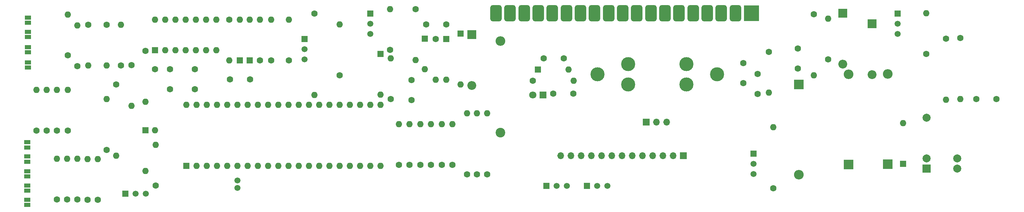
<source format=gbs>
%TF.GenerationSoftware,KiCad,Pcbnew,8.0.1*%
%TF.CreationDate,2024-07-16T21:14:59+02:00*%
%TF.ProjectId,BMW E30 VFL SI Board V3,424d5720-4533-4302-9056-464c20534920,rev?*%
%TF.SameCoordinates,Original*%
%TF.FileFunction,Soldermask,Bot*%
%TF.FilePolarity,Negative*%
%FSLAX46Y46*%
G04 Gerber Fmt 4.6, Leading zero omitted, Abs format (unit mm)*
G04 Created by KiCad (PCBNEW 8.0.1) date 2024-07-16 21:14:59*
%MOMM*%
%LPD*%
G01*
G04 APERTURE LIST*
G04 Aperture macros list*
%AMRoundRect*
0 Rectangle with rounded corners*
0 $1 Rounding radius*
0 $2 $3 $4 $5 $6 $7 $8 $9 X,Y pos of 4 corners*
0 Add a 4 corners polygon primitive as box body*
4,1,4,$2,$3,$4,$5,$6,$7,$8,$9,$2,$3,0*
0 Add four circle primitives for the rounded corners*
1,1,$1+$1,$2,$3*
1,1,$1+$1,$4,$5*
1,1,$1+$1,$6,$7*
1,1,$1+$1,$8,$9*
0 Add four rect primitives between the rounded corners*
20,1,$1+$1,$2,$3,$4,$5,0*
20,1,$1+$1,$4,$5,$6,$7,0*
20,1,$1+$1,$6,$7,$8,$9,0*
20,1,$1+$1,$8,$9,$2,$3,0*%
G04 Aperture macros list end*
%ADD10R,1.600000X1.600000*%
%ADD11O,1.600000X1.600000*%
%ADD12C,1.600000*%
%ADD13C,3.500000*%
%ADD14R,1.500000X1.500000*%
%ADD15C,1.500000*%
%ADD16R,2.400000X2.400000*%
%ADD17O,2.400000X2.400000*%
%ADD18R,3.800000X4.000000*%
%ADD19RoundRect,0.500000X-0.900000X-1.500000X0.900000X-1.500000X0.900000X1.500000X-0.900000X1.500000X0*%
%ADD20R,2.200000X2.200000*%
%ADD21O,2.200000X2.200000*%
%ADD22C,2.400000*%
%ADD23R,1.700000X1.700000*%
%ADD24O,1.700000X1.700000*%
%ADD25R,1.800000X1.800000*%
%ADD26C,1.800000*%
%ADD27C,2.000000*%
%ADD28R,2.000000X2.000000*%
%ADD29R,1.500000X1.000000*%
G04 APERTURE END LIST*
D10*
%TO.C,U2*%
X99136000Y-111692000D03*
D11*
X101676000Y-111692000D03*
X104216000Y-111692000D03*
X106756000Y-111692000D03*
X109296000Y-111692000D03*
X111836000Y-111692000D03*
X114376000Y-111692000D03*
X114376000Y-104072000D03*
X111836000Y-104072000D03*
X109296000Y-104072000D03*
X106756000Y-104072000D03*
X104216000Y-104072000D03*
X101676000Y-104072000D03*
X99136000Y-104072000D03*
%TD*%
D10*
%TO.C,U1*%
X106888000Y-140526000D03*
D11*
X109428000Y-140526000D03*
X111968000Y-140526000D03*
X114508000Y-140526000D03*
X117048000Y-140526000D03*
X119588000Y-140526000D03*
X122128000Y-140526000D03*
X124668000Y-140526000D03*
X127208000Y-140526000D03*
X129748000Y-140526000D03*
X132288000Y-140526000D03*
X134828000Y-140526000D03*
X137368000Y-140526000D03*
X139908000Y-140526000D03*
X142448000Y-140526000D03*
X144988000Y-140526000D03*
X147528000Y-140526000D03*
X150068000Y-140526000D03*
X152608000Y-140526000D03*
X155148000Y-140526000D03*
X155148000Y-125286000D03*
X152608000Y-125286000D03*
X150068000Y-125286000D03*
X147528000Y-125286000D03*
X144988000Y-125286000D03*
X142448000Y-125286000D03*
X139908000Y-125286000D03*
X137368000Y-125286000D03*
X134828000Y-125286000D03*
X132288000Y-125286000D03*
X129748000Y-125286000D03*
X127208000Y-125286000D03*
X124668000Y-125286000D03*
X122128000Y-125286000D03*
X119588000Y-125286000D03*
X117048000Y-125286000D03*
X114508000Y-125286000D03*
X111968000Y-125286000D03*
X109428000Y-125286000D03*
X106888000Y-125286000D03*
%TD*%
D12*
%TO.C,R6*%
X69672000Y-131758000D03*
D11*
X69672000Y-121598000D03*
%TD*%
D13*
%TO.C,BT1*%
X216669600Y-115197200D03*
X216669600Y-120277200D03*
X209049600Y-117737200D03*
%TD*%
D12*
%TO.C,R21*%
X192989000Y-119312000D03*
D11*
X203149000Y-119312000D03*
%TD*%
D14*
%TO.C,Q6*%
X206451000Y-145580000D03*
D15*
X208991000Y-145580000D03*
X211531000Y-145580000D03*
%TD*%
D12*
%TO.C,C7*%
X248869000Y-122574000D03*
X248869000Y-117574000D03*
%TD*%
%TO.C,R36*%
X176620000Y-142680000D03*
D11*
X176620000Y-127440000D03*
%TD*%
D14*
%TO.C,Q8*%
X283667000Y-102548000D03*
D15*
X283667000Y-105088000D03*
X283667000Y-107628000D03*
%TD*%
D12*
%TO.C,C3*%
X117718000Y-118931000D03*
X122718000Y-118931000D03*
%TD*%
D14*
%TO.C,Q4*%
X152624000Y-102548000D03*
D15*
X152624000Y-105088000D03*
X152624000Y-107628000D03*
%TD*%
D16*
%TO.C,C9*%
X259156000Y-120229000D03*
D17*
X259156000Y-142729000D03*
%TD*%
D12*
%TO.C,C14*%
X198109000Y-122487000D03*
X203109000Y-122487000D03*
%TD*%
D18*
%TO.C,J2*%
X247337000Y-102421000D03*
D19*
X243337000Y-102421000D03*
X239837000Y-102421000D03*
X236337000Y-102421000D03*
X232837000Y-102421000D03*
X229337000Y-102421000D03*
X225837000Y-102421000D03*
X222337000Y-102421000D03*
X218837000Y-102421000D03*
X215337000Y-102421000D03*
X211837000Y-102421000D03*
X208337000Y-102421000D03*
X204837000Y-102421000D03*
X201337000Y-102421000D03*
X197837000Y-102421000D03*
X194337000Y-102421000D03*
X190837000Y-102421000D03*
X187337000Y-102421000D03*
X183837000Y-102421000D03*
%TD*%
D12*
%TO.C,R17*%
X93294000Y-115375000D03*
D11*
X93294000Y-125535000D03*
%TD*%
D14*
%TO.C,Q3*%
X136241000Y-108898000D03*
D15*
X136241000Y-111438000D03*
X136241000Y-113978000D03*
%TD*%
D12*
%TO.C,R29*%
X157556000Y-111565000D03*
D11*
X157556000Y-101405000D03*
%TD*%
D12*
%TO.C,R10*%
X87071000Y-136584000D03*
D11*
X87071000Y-123884000D03*
%TD*%
D12*
%TO.C,C6*%
X245313000Y-119907000D03*
X245313000Y-114907000D03*
%TD*%
%TO.C,C5*%
X166486000Y-105215000D03*
X171486000Y-105215000D03*
%TD*%
%TO.C,R22*%
X117551000Y-104072000D03*
D11*
X117551000Y-114232000D03*
%TD*%
D12*
%TO.C,R44*%
X262839000Y-102675000D03*
D11*
X262839000Y-117915000D03*
%TD*%
D20*
%TO.C,D10*%
X277317000Y-105088000D03*
D21*
X277317000Y-117788000D03*
%TD*%
D12*
%TO.C,R14*%
X82499000Y-105342000D03*
D11*
X82499000Y-115502000D03*
%TD*%
D12*
%TO.C,R47*%
X295732000Y-108771000D03*
D11*
X295732000Y-124011000D03*
%TD*%
D12*
%TO.C,R34*%
X170383000Y-140267000D03*
D11*
X170383000Y-130107000D03*
%TD*%
D20*
%TO.C,D9*%
X270078000Y-102421000D03*
D21*
X270078000Y-115121000D03*
%TD*%
D12*
%TO.C,R3*%
X79832000Y-148903000D03*
D11*
X79832000Y-138743000D03*
%TD*%
D12*
%TO.C,C1*%
X102819000Y-121431000D03*
X102819000Y-116431000D03*
%TD*%
%TO.C,R15*%
X87071000Y-105342000D03*
D11*
X87071000Y-115502000D03*
%TD*%
D10*
%TO.C,D3*%
X122631000Y-114232000D03*
D11*
X122631000Y-104072000D03*
%TD*%
D12*
%TO.C,R8*%
X74752000Y-131758000D03*
D11*
X74752000Y-121598000D03*
%TD*%
D12*
%TO.C,R40*%
X168859000Y-108898000D03*
D11*
X168859000Y-119058000D03*
%TD*%
D12*
%TO.C,R24*%
X127965000Y-114232000D03*
D11*
X127965000Y-104072000D03*
%TD*%
D22*
%TO.C,R41*%
X184988000Y-132266000D03*
D17*
X184988000Y-109406000D03*
%TD*%
D16*
%TO.C,C10*%
X271450000Y-140239000D03*
D17*
X271450000Y-117739000D03*
%TD*%
D12*
%TO.C,R39*%
X163906000Y-101405000D03*
D11*
X163906000Y-114105000D03*
%TD*%
D13*
%TO.C,BT2*%
X231169600Y-120277200D03*
X231169600Y-115197200D03*
X238789600Y-117737200D03*
%TD*%
D12*
%TO.C,C4*%
X162890000Y-124098000D03*
X162890000Y-119098000D03*
%TD*%
%TO.C,R25*%
X132410000Y-114232000D03*
D11*
X132410000Y-104072000D03*
%TD*%
D12*
%TO.C,R7*%
X72212000Y-131758000D03*
D11*
X72212000Y-121598000D03*
%TD*%
D12*
%TO.C,R38*%
X181686000Y-142680000D03*
D11*
X181686000Y-127440000D03*
%TD*%
D10*
%TO.C,D5*%
X166192000Y-108771000D03*
D11*
X166192000Y-116391000D03*
%TD*%
D12*
%TO.C,R19*%
X99263000Y-145474000D03*
D11*
X99263000Y-135314000D03*
%TD*%
D12*
%TO.C,R13*%
X79832000Y-115629000D03*
D11*
X79832000Y-105469000D03*
%TD*%
D10*
%TO.C,D6*%
X171526000Y-108898000D03*
D11*
X171526000Y-119058000D03*
%TD*%
D12*
%TO.C,R9*%
X77419000Y-131758000D03*
D11*
X77419000Y-121598000D03*
%TD*%
D12*
%TO.C,R23*%
X125171000Y-114232000D03*
D11*
X125171000Y-104072000D03*
%TD*%
D12*
%TO.C,R26*%
X138760000Y-102548000D03*
D11*
X138760000Y-122868000D03*
%TD*%
D12*
%TO.C,R18*%
X96723000Y-111895200D03*
D11*
X96723000Y-124595200D03*
%TD*%
D12*
%TO.C,R11*%
X89484000Y-120201000D03*
D11*
X89484000Y-137981000D03*
%TD*%
D12*
%TO.C,R43*%
X251663000Y-112073000D03*
D11*
X251663000Y-122233000D03*
%TD*%
D12*
%TO.C,R27*%
X144983000Y-117915000D03*
D11*
X144983000Y-105215000D03*
%TD*%
D12*
%TO.C,R28*%
X157683000Y-123884000D03*
D11*
X157683000Y-113724000D03*
%TD*%
D12*
%TO.C,C13*%
X200696000Y-113724000D03*
X195696000Y-113724000D03*
%TD*%
%TO.C,R37*%
X179146000Y-142680000D03*
D11*
X179146000Y-127440000D03*
%TD*%
D16*
%TO.C,C11*%
X281254000Y-140112000D03*
D17*
X281254000Y-117612000D03*
%TD*%
D14*
%TO.C,Q1*%
X91770000Y-147485000D03*
D15*
X94310000Y-147485000D03*
X96850000Y-147485000D03*
%TD*%
D23*
%TO.C,J1*%
X230454000Y-137981000D03*
D24*
X227914000Y-137981000D03*
X225374000Y-137981000D03*
X222834000Y-137981000D03*
X220294000Y-137981000D03*
X217754000Y-137981000D03*
X215214000Y-137981000D03*
X212674000Y-137981000D03*
X210134000Y-137981000D03*
X207594000Y-137981000D03*
X205054000Y-137981000D03*
X202514000Y-137981000D03*
X199974000Y-137981000D03*
%TD*%
D23*
%TO.C,J3*%
X221208400Y-129624400D03*
D24*
X223748400Y-129624400D03*
X226288400Y-129624400D03*
%TD*%
D14*
%TO.C,Q5*%
X196418000Y-145580000D03*
D15*
X198958000Y-145580000D03*
X201498000Y-145580000D03*
%TD*%
D12*
%TO.C,C2*%
X109042000Y-121431000D03*
X109042000Y-116431000D03*
%TD*%
%TO.C,C12*%
X308265000Y-123884000D03*
X303265000Y-123884000D03*
%TD*%
D20*
%TO.C,D8*%
X177876000Y-107755000D03*
D21*
X177876000Y-120455000D03*
%TD*%
D10*
%TO.C,D1*%
X96723000Y-131631000D03*
D11*
X96723000Y-141791000D03*
%TD*%
D12*
%TO.C,R33*%
X167716000Y-140267000D03*
D11*
X167716000Y-130107000D03*
%TD*%
D12*
%TO.C,R4*%
X82372000Y-149030000D03*
D11*
X82372000Y-138870000D03*
%TD*%
D12*
%TO.C,R30*%
X159715000Y-140267000D03*
D11*
X159715000Y-130107000D03*
%TD*%
D10*
%TO.C,D2*%
X120218000Y-114232000D03*
D11*
X120218000Y-104072000D03*
%TD*%
D12*
%TO.C,R20*%
X99136000Y-116391000D03*
D11*
X99136000Y-131631000D03*
%TD*%
D14*
%TO.C,Q7*%
X247874000Y-137473000D03*
D15*
X247874000Y-140013000D03*
X247874000Y-142553000D03*
%TD*%
%TO.C,Y1*%
X119590800Y-146068400D03*
X119590800Y-144168400D03*
%TD*%
D12*
%TO.C,R12*%
X77419000Y-112962000D03*
D11*
X77419000Y-102802000D03*
%TD*%
D12*
%TO.C,R32*%
X165049000Y-140267000D03*
D11*
X165049000Y-130107000D03*
%TD*%
D25*
%TO.C,D13*%
X195534000Y-122868000D03*
D26*
X192994000Y-122868000D03*
%TD*%
D12*
%TO.C,C8*%
X258902000Y-111224000D03*
X258902000Y-116224000D03*
%TD*%
D10*
%TO.C,D11*%
X285064000Y-140013000D03*
D11*
X285064000Y-129853000D03*
%TD*%
D12*
%TO.C,R2*%
X77292000Y-148903000D03*
D11*
X77292000Y-138743000D03*
%TD*%
D12*
%TO.C,R5*%
X84912000Y-149030000D03*
D11*
X84912000Y-138870000D03*
%TD*%
D12*
%TO.C,R35*%
X173050000Y-140267000D03*
D11*
X173050000Y-130107000D03*
%TD*%
D12*
%TO.C,R16*%
X90627000Y-115502000D03*
D11*
X90627000Y-105342000D03*
%TD*%
D12*
%TO.C,R48*%
X299288000Y-108644000D03*
D11*
X299288000Y-123884000D03*
%TD*%
D27*
%TO.C,K1*%
X298516000Y-138720000D03*
X298516000Y-141260000D03*
X290896000Y-128560000D03*
X290896000Y-138720000D03*
D28*
X290896000Y-141260000D03*
%TD*%
D10*
%TO.C,D12*%
X194259000Y-116518000D03*
D11*
X201879000Y-116518000D03*
%TD*%
D10*
%TO.C,D7*%
X175082000Y-107501000D03*
D11*
X175082000Y-120201000D03*
%TD*%
D12*
%TO.C,R46*%
X290779000Y-112581000D03*
D11*
X290779000Y-102421000D03*
%TD*%
D10*
%TO.C,D4*%
X155143000Y-112581000D03*
D11*
X155143000Y-122741000D03*
%TD*%
D12*
%TO.C,R42*%
X252806000Y-146109000D03*
D11*
X252806000Y-130869000D03*
%TD*%
D12*
%TO.C,R1*%
X74752000Y-148903000D03*
D11*
X74752000Y-138743000D03*
%TD*%
D12*
%TO.C,R45*%
X266395000Y-113978000D03*
D11*
X266395000Y-103818000D03*
%TD*%
D12*
%TO.C,R31*%
X162382000Y-140267000D03*
D11*
X162382000Y-130107000D03*
%TD*%
D29*
%TO.C,JP2*%
X67513000Y-110915000D03*
X67513000Y-112215000D03*
%TD*%
%TO.C,JP7*%
X67386000Y-141888000D03*
X67386000Y-143188000D03*
%TD*%
%TO.C,JP1*%
X67513000Y-114725000D03*
X67513000Y-116025000D03*
%TD*%
%TO.C,JP8*%
X67386000Y-145459000D03*
X67386000Y-146759000D03*
%TD*%
%TO.C,JP9*%
X67386000Y-149015000D03*
X67386000Y-150315000D03*
%TD*%
%TO.C,JP4*%
X67513000Y-103549000D03*
X67513000Y-104849000D03*
%TD*%
%TO.C,JP3*%
X67513000Y-107090000D03*
X67513000Y-108390000D03*
%TD*%
%TO.C,JP6*%
X67386000Y-138220000D03*
X67386000Y-139520000D03*
%TD*%
%TO.C,JP5*%
X67386000Y-134664000D03*
X67386000Y-135964000D03*
%TD*%
M02*

</source>
